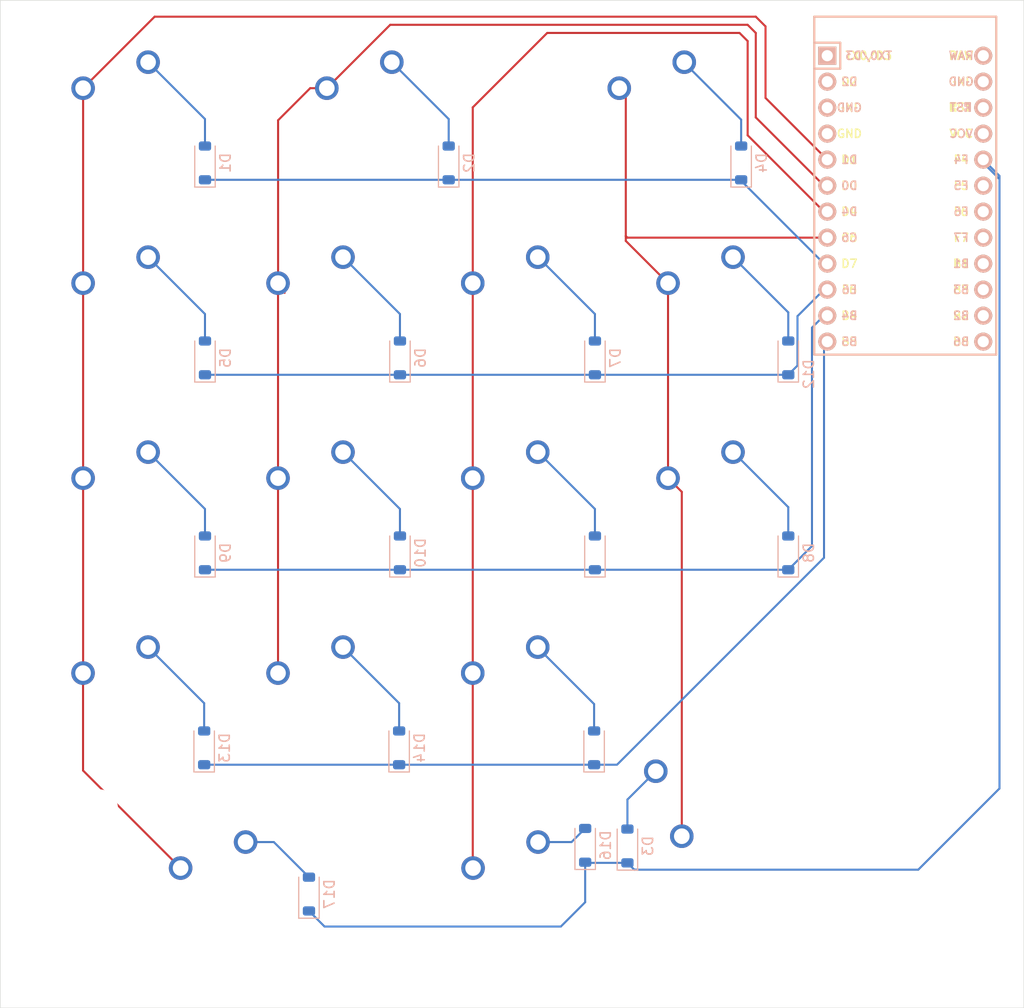
<source format=kicad_pcb>
(kicad_pcb (version 20240108) (generator "pcbnew") (generator_version "8.0")
  (layers (0 "F.Cu" signal) (31 "B.Cu" signal) (34 "B.Paste" user) (35 "F.Paste" user) (36 "B.SilkS" user "B.Silkscreen") (37 "F.SilkS" user "F.Silkscreen") (38 "B.Mask" user) (39 "F.Mask" user) (44 "Edge.Cuts" user))
  (net 0 "")
  (net 1 "Net-(D1-A)")
  (net 2 "Net-(D2-A)")
  (net 3 "Net-(D4-A)")
  (net 4 "Net-(D5-A)")
  (net 5 "Net-(D6-A)")
  (net 6 "Net-(D7-A)")
  (net 7 "Net-(D9-A)")
  (net 8 "Net-(D10-A)")
  (net 9 "Net-(D12-A)")
  (net 10 "Net-(D13-A)")
  (net 11 "Net-(D14-A)")
  (net 12 "Net-(D15-A)")
  (net 13 "Net-(D11-A)")
  (net 14 "Net-(D3-A)")
  (net 15 "Net-(D16-A)")
  (net 16 "ROW1")
  (net 17 "ROW4")
  (net 18 "ROW2")
  (net 19 "ROW3")
  (net 20 "ROW5")
  (net 21 "COL1")
  (net 22 "COL2")
  (net 23 "COL4")
  (net 24 "COL3")
  (net 25 "Net-(D17-A)")
  (net 38 "Net-(D8-A)")
  (footprint "PCM_marbastlib-mx:SW_MX_1.5u" (layer "F.Cu") (at 128.42875 79.375)
    (property "Reference" "MX2" (hide yes))
    (property "Value" "MX_SW_solder")
    (pad "" np_thru_hole circle (at -5.08 0) (size 1.75 1.75) (drill 1.75) (layers "*.Cu" "*.Mask"))
    (pad "" np_thru_hole circle (at 0 0) (size 3.9878 3.9878) (drill 3.9878) (layers "*.Cu" "*.Mask"))
    (pad "" np_thru_hole circle (at 5.08 0) (size 1.75 1.75) (drill 1.75) (layers "*.Cu" "*.Mask"))
    (pad "1" thru_hole circle (at -3.81 -2.54) (size 2.3 2.3) (drill 1.524) (layers "*.Cu" "B.Mask") (net 22 "COL2"))
    (pad "2" thru_hole circle (at 2.54 -5.08) (size 2.3 2.3) (drill 1.524) (layers "*.Cu" "B.Mask") (net 2 "Net-(D2-A)"))
  )
  (footprint "PCM_marbastlib-mx:SW_MX_1u" (layer "F.Cu") (at 142.68625 117.475)
    (property "Reference" "MX11" (hide yes))
    (property "Value" "MX_SW_solder")
    (pad "" np_thru_hole circle (at -5.08 0) (size 1.75 1.75) (drill 1.75) (layers "*.Cu" "*.Mask"))
    (pad "" np_thru_hole circle (at 0 0) (size 3.9878 3.9878) (drill 3.9878) (layers "*.Cu" "*.Mask"))
    (pad "" np_thru_hole circle (at 5.08 0) (size 1.75 1.75) (drill 1.75) (layers "*.Cu" "*.Mask"))
    (pad "1" thru_hole circle (at -3.81 -2.54) (size 2.3 2.3) (drill 1.524) (layers "*.Cu" "B.Mask") (net 24 "COL3"))
    (pad "2" thru_hole circle (at 2.54 -5.08) (size 2.3 2.3) (drill 1.524) (layers "*.Cu" "B.Mask") (net 13 "Net-(D11-A)"))
  )
  (footprint "PCM_marbastlib-mx:SW_MX_1u" (layer "F.Cu") (at 123.66 98.425)
    (property "Reference" "MX6" (hide yes))
    (property "Value" "MX_SW_solder")
    (pad "" np_thru_hole circle (at -5.08 0) (size 1.75 1.75) (drill 1.75) (layers "*.Cu" "*.Mask"))
    (pad "" np_thru_hole circle (at 0 0) (size 3.9878 3.9878) (drill 3.9878) (layers "*.Cu" "*.Mask"))
    (pad "" np_thru_hole circle (at 5.08 0) (size 1.75 1.75) (drill 1.75) (layers "*.Cu" "*.Mask"))
    (pad "1" thru_hole circle (at -3.81 -2.54) (size 2.3 2.3) (drill 1.524) (layers "*.Cu" "B.Mask") (net 22 "COL2"))
    (pad "2" thru_hole circle (at 2.54 -5.08) (size 2.3 2.3) (drill 1.524) (layers "*.Cu" "B.Mask") (net 5 "Net-(D6-A)"))
  )
  (footprint "PCM_marbastlib-mx:SW_MX_1u" (layer "F.Cu") (at 123.66 117.475)
    (property "Reference" "MX10" (hide yes))
    (property "Value" "MX_SW_solder")
    (pad "" np_thru_hole circle (at -5.08 0) (size 1.75 1.75) (drill 1.75) (layers "*.Cu" "*.Mask"))
    (pad "" np_thru_hole circle (at 0 0) (size 3.9878 3.9878) (drill 3.9878) (layers "*.Cu" "*.Mask"))
    (pad "" np_thru_hole circle (at 5.08 0) (size 1.75 1.75) (drill 1.75) (layers "*.Cu" "*.Mask"))
    (pad "1" thru_hole circle (at -3.81 -2.54) (size 2.3 2.3) (drill 1.524) (layers "*.Cu" "B.Mask") (net 22 "COL2"))
    (pad "2" thru_hole circle (at 2.54 -5.08) (size 2.3 2.3) (drill 1.524) (layers "*.Cu" "B.Mask") (net 8 "Net-(D10-A)"))
  )
  (footprint "PCM_marbastlib-mx:SW_MX_1u" (layer "F.Cu") (at 161.84 146.1125 90)
    (property "Reference" "MX3" (hide yes))
    (property "Value" "MX_SW_solder")
    (pad "" np_thru_hole circle (at -5.08 0 90) (size 1.75 1.75) (drill 1.75) (layers "*.Cu" "*.Mask"))
    (pad "" np_thru_hole circle (at 0 0 90) (size 3.9878 3.9878) (drill 3.9878) (layers "*.Cu" "*.Mask"))
    (pad "" np_thru_hole circle (at 5.08 0 90) (size 1.75 1.75) (drill 1.75) (layers "*.Cu" "*.Mask"))
    (pad "1" thru_hole circle (at -3.81 -2.54 90) (size 2.3 2.3) (drill 1.524) (layers "*.Cu" "B.Mask") (net 23 "COL4"))
    (pad "2" thru_hole circle (at 2.54 -5.08 90) (size 2.3 2.3) (drill 1.524) (layers "*.Cu" "B.Mask") (net 14 "Net-(D3-A)"))
  )
  (footprint "PCM_marbastlib-mx:SW_MX_1u" (layer "F.Cu") (at 142.71625 155.575)
    (property "Reference" "MX16" (hide yes))
    (property "Value" "MX_SW_solder")
    (pad "" np_thru_hole circle (at -5.08 0) (size 1.75 1.75) (drill 1.75) (layers "*.Cu" "*.Mask"))
    (pad "" np_thru_hole circle (at 0 0) (size 3.9878 3.9878) (drill 3.9878) (layers "*.Cu" "*.Mask"))
    (pad "" np_thru_hole circle (at 5.08 0) (size 1.75 1.75) (drill 1.75) (layers "*.Cu" "*.Mask"))
    (pad "1" thru_hole circle (at -3.81 -2.54) (size 2.3 2.3) (drill 1.524) (layers "*.Cu" "B.Mask") (net 24 "COL3"))
    (pad "2" thru_hole circle (at 2.54 -5.08) (size 2.3 2.3) (drill 1.524) (layers "*.Cu" "B.Mask") (net 15 "Net-(D16-A)"))
  )
  (footprint "PCM_marbastlib-mx:SW_MX_1u" (layer "F.Cu") (at 161.76625 98.425)
    (property "Reference" "MX12" (hide yes))
    (property "Value" "MX_SW_solder")
    (pad "" np_thru_hole circle (at -5.08 0) (size 1.75 1.75) (drill 1.75) (layers "*.Cu" "*.Mask"))
    (pad "" np_thru_hole circle (at 0 0) (size 3.9878 3.9878) (drill 3.9878) (layers "*.Cu" "*.Mask"))
    (pad "" np_thru_hole circle (at 5.08 0) (size 1.75 1.75) (drill 1.75) (layers "*.Cu" "*.Mask"))
    (pad "1" thru_hole circle (at -3.81 -2.54) (size 2.3 2.3) (drill 1.524) (layers "*.Cu" "B.Mask") (net 23 "COL4"))
    (pad "2" thru_hole circle (at 2.54 -5.08) (size 2.3 2.3) (drill 1.524) (layers "*.Cu" "B.Mask") (net 9 "Net-(D12-A)"))
  )
  (footprint "PCM_marbastlib-mx:SW_MX_1u" (layer "F.Cu") (at 104.61625 117.475)
    (property "Reference" "MX9" (hide yes))
    (property "Value" "MX_SW_solder")
    (pad "" np_thru_hole circle (at -5.08 0) (size 1.75 1.75) (drill 1.75) (layers "*.Cu" "*.Mask"))
    (pad "" np_thru_hole circle (at 0 0) (size 3.9878 3.9878) (drill 3.9878) (layers "*.Cu" "*.Mask"))
    (pad "" np_thru_hole circle (at 5.08 0) (size 1.75 1.75) (drill 1.75) (layers "*.Cu" "*.Mask"))
    (pad "1" thru_hole circle (at -3.81 -2.54) (size 2.3 2.3) (drill 1.524) (layers "*.Cu" "B.Mask") (net 21 "COL1"))
    (pad "2" thru_hole circle (at 2.54 -5.08) (size 2.3 2.3) (drill 1.524) (layers "*.Cu" "B.Mask") (net 7 "Net-(D9-A)"))
  )
  (footprint "PCM_marbastlib-mx:SW_MX_1u" (layer "F.Cu") (at 104.61625 98.425)
    (property "Reference" "MX5" (hide yes))
    (property "Value" "MX_SW_solder")
    (pad "" np_thru_hole circle (at -5.08 0) (size 1.75 1.75) (drill 1.75) (layers "*.Cu" "*.Mask"))
    (pad "" np_thru_hole circle (at 0 0) (size 3.9878 3.9878) (drill 3.9878) (layers "*.Cu" "*.Mask"))
    (pad "" np_thru_hole circle (at 5.08 0) (size 1.75 1.75) (drill 1.75) (layers "*.Cu" "*.Mask"))
    (pad "1" thru_hole circle (at -3.81 -2.54) (size 2.3 2.3) (drill 1.524) (layers "*.Cu" "B.Mask") (net 21 "COL1"))
    (pad "2" thru_hole circle (at 2.54 -5.08) (size 2.3 2.3) (drill 1.524) (layers "*.Cu" "B.Mask") (net 4 "Net-(D5-A)"))
  )
  (footprint "PCM_marbastlib-mx:SW_MX_1u" (layer "F.Cu") (at 123.66 136.525)
    (property "Reference" "MX14" (hide yes))
    (property "Value" "MX_SW_solder")
    (pad "" np_thru_hole circle (at -5.08 0) (size 1.75 1.75) (drill 1.75) (layers "*.Cu" "*.Mask"))
    (pad "" np_thru_hole circle (at 0 0) (size 3.9878 3.9878) (drill 3.9878) (layers "*.Cu" "*.Mask"))
    (pad "" np_thru_hole circle (at 5.08 0) (size 1.75 1.75) (drill 1.75) (layers "*.Cu" "*.Mask"))
    (pad "1" thru_hole circle (at -3.81 -2.54) (size 2.3 2.3) (drill 1.524) (layers "*.Cu" "B.Mask") (net 22 "COL2"))
    (pad "2" thru_hole circle (at 2.54 -5.08) (size 2.3 2.3) (drill 1.524) (layers "*.Cu" "B.Mask") (net 11 "Net-(D14-A)"))
  )
  (footprint "PCM_marbastlib-mx:STAB_MX_2u" (layer "F.Cu") (at 161.76 146.0525 -90)
    (property "Reference" "S2" (hide yes))
    (property "Value" "MX_stab")
    (pad "" np_thru_hole circle (at -11.90625 -6.985 270) (size 3.048 3.048) (drill 3.048) (layers "*.Cu" "*.Mask"))
    (pad "" np_thru_hole circle (at -11.90625 8.255 270) (size 3.9878 3.9878) (drill 3.9878) (layers "*.Cu" "*.Mask"))
    (pad "" np_thru_hole circle (at 11.90625 -6.985 270) (size 3.048 3.048) (drill 3.048) (layers "*.Cu" "*.Mask"))
    (pad "" np_thru_hole circle (at 11.90625 8.255 270) (size 3.9878 3.9878) (drill 3.9878) (layers "*.Cu" "*.Mask"))
  )
  (footprint "PCM_marbastlib-mx:SW_MX_1u" (layer "F.Cu") (at 161.76625 117.475)
    (property "Reference" "MX8" (hide yes))
    (property "Value" "MX_SW_solder")
    (pad "" np_thru_hole circle (at -5.08 0) (size 1.75 1.75) (drill 1.75) (layers "*.Cu" "*.Mask"))
    (pad "" np_thru_hole circle (at 0 0) (size 3.9878 3.9878) (drill 3.9878) (layers "*.Cu" "*.Mask"))
    (pad "" np_thru_hole circle (at 5.08 0) (size 1.75 1.75) (drill 1.75) (layers "*.Cu" "*.Mask"))
    (pad "1" thru_hole circle (at -3.81 -2.54) (size 2.3 2.3) (drill 1.524) (layers "*.Cu" "B.Mask") (net 23 "COL4"))
    (pad "2" thru_hole circle (at 2.54 -5.08) (size 2.3 2.3) (drill 1.524) (layers "*.Cu" "B.Mask") (net 38 "Net-(D8-A)"))
  )
  (footprint "ScottoKeebs_MCU:Arduino_Pro_Micro" (layer "F.Cu") (at 181.13375 87.63)
    (property "Reference" "U1" (hide yes))
    (property "Value" "Arduino_Pro_Micro" (hide yes))
    (fp_line (start -8.89 -17.78) (end -8.89 15.24) (stroke (width 0.2)) (layer "B.SilkS"))
    (fp_line (start -8.89 15.24) (end 8.89 15.24) (stroke (width 0.2)) (layer "B.SilkS"))
    (fp_line (start -6.35 -15.24) (end -8.89 -15.24) (stroke (width 0.2)) (layer "B.SilkS"))
    (fp_line (start -6.35 -15.24) (end -6.35 -12.7) (stroke (width 0.2)) (layer "B.SilkS"))
    (fp_line (start -6.35 -12.7) (end -8.89 -12.7) (stroke (width 0.2)) (layer "B.SilkS"))
    (fp_line (start 8.89 -17.78) (end -8.89 -17.78) (stroke (width 0.2)) (layer "B.SilkS"))
    (fp_line (start 8.89 15.24) (end 8.89 -17.78) (stroke (width 0.2)) (layer "B.SilkS"))
    (fp_poly (pts (xy 5.844635 -9.35097) (xy 5.844635 -9.25097) (xy 6.344635 -9.25097) (xy 6.344635 -9.35097)) (stroke (width 0.15)) (fill solid) (layer "B.SilkS"))
    (fp_poly (pts (xy 5.844635 -9.35097) (xy 5.844635 -9.05097) (xy 5.944635 -9.05097) (xy 5.944635 -9.35097)) (stroke (width 0.15)) (fill solid) (layer "B.SilkS"))
    (fp_poly (pts (xy 5.844635 -8.75097) (xy 5.844635 -8.55097) (xy 5.944635 -8.55097) (xy 5.944635 -8.75097)) (stroke (width 0.15)) (fill solid) (layer "B.SilkS"))
    (fp_poly (pts (xy 6.044635 -8.95097) (xy 6.044635 -8.85097) (xy 6.144635 -8.85097) (xy 6.144635 -8.95097)) (stroke (width 0.15)) (fill solid) (layer "B.SilkS"))
    (fp_poly (pts (xy 6.244635 -9.35097) (xy 6.244635 -8.55097) (xy 6.344635 -8.55097) (xy 6.344635 -9.35097)) (stroke (width 0.15)) (fill solid) (layer "B.SilkS"))
    (fp_line (start -8.89 -17.78) (end -8.89 15.24) (stroke (width 0.2)) (layer "F.SilkS"))
    (fp_line (start -8.89 15.24) (end 8.89 15.24) (stroke (width 0.2)) (layer "F.SilkS"))
    (fp_line (start -6.35 -15.24) (end -8.89 -15.24) (stroke (width 0.2)) (layer "F.SilkS"))
    (fp_line (start -6.35 -15.24) (end -6.35 -12.7) (stroke (width 0.2)) (layer "F.SilkS"))
    (fp_line (start -6.35 -12.7) (end -8.89 -12.7) (stroke (width 0.2)) (layer "F.SilkS"))
    (fp_line (start 8.89 -17.78) (end -8.89 -17.78) (stroke (width 0.2)) (layer "F.SilkS"))
    (fp_line (start 8.89 15.24) (end 8.89 -17.78) (stroke (width 0.2)) (layer "F.SilkS"))
    (fp_poly (pts (xy 4.531568 -9.36064) (xy 4.531568 -8.56064) (xy 4.431568 -8.56064) (xy 4.431568 -9.36064)) (stroke (width 0.15)) (fill solid) (layer "F.SilkS"))
    (fp_poly (pts (xy 4.731568 -8.96064) (xy 4.731568 -8.86064) (xy 4.631568 -8.86064) (xy 4.631568 -8.96064)) (stroke (width 0.15)) (fill solid) (layer "F.SilkS"))
    (fp_poly (pts (xy 4.931568 -9.36064) (xy 4.931568 -9.26064) (xy 4.431568 -9.26064) (xy 4.431568 -9.36064)) (stroke (width 0.15)) (fill solid) (layer "F.SilkS"))
    (fp_poly (pts (xy 4.931568 -9.36064) (xy 4.931568 -9.06064) (xy 4.831568 -9.06064) (xy 4.831568 -9.36064)) (stroke (width 0.15)) (fill solid) (layer "F.SilkS"))
    (fp_poly (pts (xy 4.931568 -8.76064) (xy 4.931568 -8.56064) (xy 4.831568 -8.56064) (xy 4.831568 -8.76064)) (stroke (width 0.15)) (fill solid) (layer "F.SilkS"))
    (fp_text user "B1" (at 5.461 6.35 0) (layer "B.SilkS") (effects (font (size 0.8 0.8)) (justify mirror)))
    (fp_text user "E6" (at -5.461 8.89 0) (layer "B.SilkS") (effects (font (size 0.8 0.8)) (justify mirror)))
    (fp_text user "GND" (at 5.461 -11.43 0) (layer "B.SilkS") (effects (font (size 0.8 0.8)) (justify mirror)))
    (fp_text user "C6" (at -5.461 3.81 0) (layer "B.SilkS") (effects (font (size 0.8 0.8)) (justify mirror)))
    (fp_text user "GND" (at -5.461 -8.89 0) (layer "B.SilkS") (effects (font (size 0.8 0.8)) (justify mirror)))
    (fp_text user "F5" (at 5.461 -1.27 0) (layer "B.SilkS") (effects (font (size 0.8 0.8)) (justify mirror)))
    (fp_text user "D0" (at -5.461 -1.27 0) (layer "B.SilkS") (effects (font (size 0.8 0.8)) (justify mirror)))
    (fp_text user "B6" (at 5.461 13.97 0) (layer "B.SilkS") (effects (font (size 0.8 0.8)) (justify mirror)))
    (fp_text user "B4" (at -5.461 11.43 0) (layer "B.SilkS") (effects (font (size 0.8 0.8)) (justify mirror)))
    (fp_text user "B3" (at 5.461 8.89 0) (layer "B.SilkS") (effects (font (size 0.8 0.8)) (justify mirror)))
    (fp_text user "VCC" (at 5.461 -6.35 0) (layer "B.SilkS") (effects (font (size 0.8 0.8)) (justify mirror)))
    (fp_text user "D4" (at -5.461 1.27 0) (layer "B.SilkS") (effects (font (size 0.8 0.8)) (justify mirror)))
    (fp_text user "D2" (at -5.461 -11.43 0) (layer "B.SilkS") (effects (font (size 0.8 0.8)) (justify mirror)))
    (fp_text user "B2" (at 5.461 11.43 0) (layer "B.SilkS") (effects (font (size 0.8 0.8)) (justify mirror)))
    (fp_text user "D1" (at -5.461 -3.81 0) (layer "B.SilkS") (effects (font (size 0.8 0.8)) (justify mirror)))
    (fp_text user "ST" (at 5.04 -8.91 0) (layer "B.SilkS") (effects (font (size 0.8 0.8)) (justify mirror)))
    (fp_text user "RAW" (at 5.461 -13.97 0) (layer "B.SilkS") (effects (font (size 0.8 0.8)) (justify mirror)))
    (fp_text user "B5" (at -5.461 13.97 0) (layer "B.SilkS") (effects (font (size 0.8 0.8)) (justify mirror)))
    (fp_text user "TX0/D3" (at -3.571872 -13.97 0) (layer "B.SilkS") (effects (font (size 0.8 0.8)) (justify mirror)))
    (fp_text user "F7" (at 5.461 3.81 0) (layer "B.SilkS") (effects (font (size 0.8 0.8)) (justify mirror)))
    (fp_text user "F4" (at 5.461 -3.81 0) (layer "B.SilkS") (effects (font (size 0.8 0.8)) (justify mirror)))
    (fp_text user "F6" (at 5.461 1.27 0) (layer "B.SilkS") (effects (font (size 0.8 0.8)) (justify mirror)))
    (fp_text user "F4" (at 5.461 -3.81 0) (layer "F.SilkS") (effects (font (size 0.8 0.8))))
    (fp_text user "RAW" (at 5.461 -13.97 0) (layer "F.SilkS") (effects (font (size 0.8 0.8))))
    (fp_text user "ST" (at 5.73312 -8.92 0) (layer "F.SilkS") (effects (font (size 0.8 0.8))))
    (fp_text user "B6" (at 5.461 13.97 0) (layer "F.SilkS") (effects (font (size 0.8 0.8))))
    (fp_text user "D0" (at -5.461 -1.27 0) (layer "F.SilkS") (effects (font (size 0.8 0.8))))
    (fp_text user "D7" (at -5.461 6.35 0) (layer "F.SilkS") (effects (font (size 0.8 0.8))))
    (fp_text user "F7" (at 5.461 3.81 0) (layer "F.SilkS") (effects (font (size 0.8 0.8))))
    (fp_text user "VCC" (at 5.461 -6.35 0) (layer "F.SilkS") (effects (font (size 0.8 0.8))))
    (fp_text user "GND" (at -5.461 -8.89 0) (layer "F.SilkS") (effects (font (size 0.8 0.8))))
    (fp_text user "B4" (at -5.461 11.43 0) (layer "F.SilkS") (effects (font (size 0.8 0.8))))
    (fp_text user "B2" (at 5.461 11.43 0) (layer "F.SilkS") (effects (font (size 0.8 0.8))))
    (fp_text user "E6" (at -5.461 8.89 0) (layer "F.SilkS") (effects (font (size 0.8 0.8))))
    (fp_text user "GND" (at 5.461 -11.43 0) (layer "F.SilkS") (effects (font (size 0.8 0.8))))
    (fp_text user "D4" (at -5.461 1.27 0) (layer "F.SilkS") (effects (font (size 0.8 0.8))))
    (fp_text user "D1" (at -5.461 -3.81 0) (layer "F.SilkS") (effects (font (size 0.8 0.8))))
    (fp_text user "F6" (at 5.461 1.27 0) (layer "F.SilkS") (effects (font (size 0.8 0.8))))
    (fp_text user "F5" (at 5.461 -1.27 0) (layer "F.SilkS") (effects (font (size 0.8 0.8))))
    (fp_text user "B5" (at -5.461 13.97 0) (layer "F.SilkS") (effects (font (size 0.8 0.8))))
    (fp_text user "TX0/D3" (at -3.571872 -13.97 0) (layer "F.SilkS") (effects (font (size 0.8 0.8))))
    (fp_text user "D2" (at -5.461 -11.43 0) (layer "F.SilkS") (effects (font (size 0.8 0.8))))
    (fp_text user "GND" (at -5.461 -6.35 0) (layer "F.SilkS") (effects (font (size 0.8 0.8))))
    (fp_text user "C6" (at -5.461 3.81 0) (layer "F.SilkS") (effects (font (size 0.8 0.8))))
    (fp_text user "B1" (at 5.461 6.35 0) (layer "F.SilkS") (effects (font (size 0.8 0.8))))
    (fp_text user "B3" (at 5.461 8.89 0) (layer "F.SilkS") (effects (font (size 0.8 0.8))))
    (pad "1" thru_hole rect (at -7.62 -13.97 270) (size 1.7526 1.7526) (drill 1.0922) (layers "*.Cu" "*.SilkS" "*.Mask"))
    (pad "2" thru_hole circle (at -7.62 -11.43 270) (size 1.7526 1.7526) (drill 1.0922) (layers "*.Cu" "*.SilkS" "*.Mask"))
    (pad "3" thru_hole circle (at -7.62 -8.89 270) (size 1.7526 1.7526) (drill 1.0922) (layers "*.Cu" "*.SilkS" "*.Mask"))
    (pad "4" thru_hole circle (at -7.62 -6.35 270) (size 1.7526 1.7526) (drill 1.0922) (layers "*.Cu" "*.SilkS" "*.Mask"))
    (pad "5" thru_hole circle (at -7.62 -3.81 270) (size 1.7526 1.7526) (drill 1.0922) (layers "*.Cu" "*.SilkS" "*.Mask") (net 21 "COL1"))
    (pad "6" thru_hole circle (at -7.62 -1.27 270) (size 1.7526 1.7526) (drill 1.0922) (layers "*.Cu" "*.SilkS" "*.Mask") (net 22 "COL2"))
    (pad "7" thru_hole circle (at -7.62 1.27 270) (size 1.7526 1.7526) (drill 1.0922) (layers "*.Cu" "*.SilkS" "*.Mask") (net 24 "COL3"))
    (pad "8" thru_hole circle (at -7.62 3.81 270) (size 1.7526 1.7526) (drill 1.0922) (layers "*.Cu" "*.SilkS" "*.Mask") (net 23 "COL4"))
    (pad "9" thru_hole circle (at -7.62 6.35 270) (size 1.7526 1.7526) (drill 1.0922) (layers "*.Cu" "*.SilkS" "*.Mask") (net 16 "ROW1"))
    (pad "10" thru_hole circle (at -7.62 8.89 270) (size 1.7526 1.7526) (drill 1.0922) (layers "*.Cu" "*.SilkS" "*.Mask") (net 18 "ROW2"))
    (pad "11" thru_hole circle (at -7.62 11.43 270) (size 1.7526 1.7526) (drill 1.0922) (layers "*.Cu" "*.SilkS" "*.Mask") (net 19 "ROW3"))
    (pad "12" thru_hole circle (at -7.62 13.97 270) (size 1.7526 1.7526) (drill 1.0922) (layers "*.Cu" "*.SilkS" "*.Mask") (net 17 "ROW4"))
    (pad "13" thru_hole circle (at 7.62 13.97 270) (size 1.7526 1.7526) (drill 1.0922) (layers "*.Cu" "*.SilkS" "*.Mask"))
    (pad "14" thru_hole circle (at 7.62 11.43 270) (size 1.7526 1.7526) (drill 1.0922) (layers "*.Cu" "*.SilkS" "*.Mask"))
    (pad "15" thru_hole circle (at 7.62 8.89 270) (size 1.7526 1.7526) (drill 1.0922) (layers "*.Cu" "*.SilkS" "*.Mask"))
    (pad "16" thru_hole circle (at 7.62 6.35 270) (size 1.7526 1.7526) (drill 1.0922) (layers "*.Cu" "*.SilkS" "*.Mask"))
    (pad "17" thru_hole circle (at 7.62 3.81 270) (size 1.7526 1.7526) (drill 1.0922) (layers "*.Cu" "*.SilkS" "*.Mask"))
    (pad "18" thru_hole circle (at 7.62 1.27 270) (size 1.7526 1.7526) (drill 1.0922) (layers "*.Cu" "*.SilkS" "*.Mask"))
    (pad "19" thru_hole circle (at 7.62 -1.27 270) (size 1.7526 1.7526) (drill 1.0922) (layers "*.Cu" "*.SilkS" "*.Mask"))
    (pad "20" thru_hole circle (at 7.62 -3.81 270) (size 1.7526 1.7526) (drill 1.0922) (layers "*.Cu" "*.SilkS" "*.Mask") (net 20 "ROW5"))
    (pad "21" thru_hole circle (at 7.62 -6.35 270) (size 1.7526 1.7526) (drill 1.0922) (layers "*.Cu" "*.SilkS" "*.Mask"))
    (pad "22" thru_hole circle (at 7.62 -8.89 270) (size 1.7526 1.7526) (drill 1.0922) (layers "*.Cu" "*.SilkS" "*.Mask"))
    (pad "23" thru_hole circle (at 7.62 -11.43 270) (size 1.7526 1.7526) (drill 1.0922) (layers "*.Cu" "*.SilkS" "*.Mask"))
    (pad "24" thru_hole circle (at 7.62 -13.97 270) (size 1.7526 1.7526) (drill 1.0922) (layers "*.Cu" "*.SilkS" "*.Mask"))
  )
  (footprint "PCM_marbastlib-mx:SW_MX_1u" (layer "F.Cu") (at 142.68625 98.425)
    (property "Reference" "MX7" (hide yes))
    (property "Value" "MX_SW_solder")
    (pad "" np_thru_hole circle (at -5.08 0) (size 1.75 1.75) (drill 1.75) (layers "*.Cu" "*.Mask"))
    (pad "" np_thru_hole circle (at 0 0) (size 3.9878 3.9878) (drill 3.9878) (layers "*.Cu" "*.Mask"))
    (pad "" np_thru_hole circle (at 5.08 0) (size 1.75 1.75) (drill 1.75) (layers "*.Cu" "*.Mask"))
    (pad "1" thru_hole circle (at -3.81 -2.54) (size 2.3 2.3) (drill 1.524) (layers "*.Cu" "B.Mask") (net 24 "COL3"))
    (pad "2" thru_hole circle (at 2.54 -5.08) (size 2.3 2.3) (drill 1.524) (layers "*.Cu" "B.Mask") (net 6 "Net-(D7-A)"))
  )
  (footprint "PCM_marbastlib-mx:SW_MX_1u" (layer "F.Cu") (at 104.61 136.525)
    (property "Reference" "MX13" (hide yes))
    (property "Value" "MX_SW_solder")
    (pad "" np_thru_hole circle (at -5.08 0) (size 1.75 1.75) (drill 1.75) (layers "*.Cu" "*.Mask"))
    (pad "" np_thru_hole circle (at 0 0) (size 3.9878 3.9878) (drill 3.9878) (layers "*.Cu" "*.Mask"))
    (pad "" np_thru_hole circle (at 5.08 0) (size 1.75 1.75) (drill 1.75) (layers "*.Cu" "*.Mask"))
    (pad "1" thru_hole circle (at -3.81 -2.54) (size 2.3 2.3) (drill 1.524) (layers "*.Cu" "B.Mask") (net 21 "COL1"))
    (pad "2" thru_hole circle (at 2.54 -5.08) (size 2.3 2.3) (drill 1.524) (layers "*.Cu" "B.Mask") (net 10 "Net-(D13-A)"))
  )
  (footprint "PCM_marbastlib-mx:SW_MX_1u" (layer "F.Cu") (at 114.14125 155.575)
    (property "Reference" "MX17" (hide yes))
    (property "Value" "MX_SW_solder")
    (pad "" np_thru_hole circle (at -5.08 0) (size 1.75 1.75) (drill 1.75) (layers "*.Cu" "*.Mask"))
    (pad "" np_thru_hole circle (at 0 0) (size 3.9878 3.9878) (drill 3.9878) (layers "*.Cu" "*.Mask"))
    (pad "" np_thru_hole circle (at 5.08 0) (size 1.75 1.75) (drill 1.75) (layers "*.Cu" "*.Mask"))
    (pad "1" thru_hole circle (at -3.81 -2.54) (size 2.3 2.3) (drill 1.524) (layers "*.Cu" "B.Mask") (net 21 "COL1"))
    (pad "2" thru_hole circle (at 2.54 -5.08) (size 2.3 2.3) (drill 1.524) (layers "*.Cu" "B.Mask") (net 25 "Net-(D17-A)"))
  )
  (footprint "PCM_marbastlib-mx:SW_MX_1u" (layer "F.Cu") (at 104.61625 79.375)
    (property "Reference" "MX1" (hide yes))
    (property "Value" "MX_SW_solder")
    (pad "" np_thru_hole circle (at -5.08 0) (size 1.75 1.75) (drill 1.75) (layers "*.Cu" "*.Mask"))
    (pad "" np_thru_hole circle (at 0 0) (size 3.9878 3.9878) (drill 3.9878) (layers "*.Cu" "*.Mask"))
    (pad "" np_thru_hole circle (at 5.08 0) (size 1.75 1.75) (drill 1.75) (layers "*.Cu" "*.Mask"))
    (pad "1" thru_hole circle (at -3.81 -2.54) (size 2.3 2.3) (drill 1.524) (layers "*.Cu" "B.Mask") (net 21 "COL1"))
    (pad "2" thru_hole circle (at 2.54 -5.08) (size 2.3 2.3) (drill 1.524) (layers "*.Cu" "B.Mask") (net 1 "Net-(D1-A)"))
  )
  (footprint "PCM_marbastlib-mx:SW_MX_1u" (layer "F.Cu") (at 142.68625 136.525)
    (property "Reference" "MX15" (hide yes))
    (property "Value" "MX_SW_solder")
    (pad "" np_thru_hole circle (at -5.08 0) (size 1.75 1.75) (drill 1.75) (layers "*.Cu" "*.Mask"))
    (pad "" np_thru_hole circle (at 0 0) (size 3.9878 3.9878) (drill 3.9878) (layers "*.Cu" "*.Mask"))
    (pad "" np_thru_hole circle (at 5.08 0) (size 1.75 1.75) (drill 1.75) (layers "*.Cu" "*.Mask"))
    (pad "1" thru_hole circle (at -3.81 -2.54) (size 2.3 2.3) (drill 1.524) (layers "*.Cu" "B.Mask") (net 24 "COL3"))
    (pad "2" thru_hole circle (at 2.54 -5.08) (size 2.3 2.3) (drill 1.524) (layers "*.Cu" "B.Mask") (net 12 "Net-(D15-A)"))
  )
  (footprint "PCM_marbastlib-mx:SW_MX_1.5u" (layer "F.Cu") (at 157.0025 79.375)
    (property "Reference" "MX4" (hide yes))
    (property "Value" "MX_SW_solder")
    (pad "" np_thru_hole circle (at -5.08 0) (size 1.75 1.75) (drill 1.75) (layers "*.Cu" "*.Mask"))
    (pad "" np_thru_hole circle (at 0 0) (size 3.9878 3.9878) (drill 3.9878) (layers "*.Cu" "*.Mask"))
    (pad "" np_thru_hole circle (at 5.08 0) (size 1.75 1.75) (drill 1.75) (layers "*.Cu" "*.Mask"))
    (pad "1" thru_hole circle (at -3.81 -2.54) (size 2.3 2.3) (drill 1.524) (layers "*.Cu" "B.Mask") (net 23 "COL4"))
    (pad "2" thru_hole circle (at 2.54 -5.08) (size 2.3 2.3) (drill 1.524) (layers "*.Cu" "B.Mask") (net 3 "Net-(D4-A)"))
  )
  (footprint "PCM_marbastlib-mx:STAB_MX_2u" (layer "F.Cu") (at 114.14125 155.575 180)
    (property "Reference" "S3" (hide yes))
    (property "Value" "MX_stab")
    (pad "" np_thru_hole circle (at -11.90625 -6.985 180) (size 3.048 3.048) (drill 3.048) (layers "*.Cu" "*.Mask"))
    (pad "" np_thru_hole circle (at -11.90625 8.255 180) (size 3.9878 3.9878) (drill 3.9878) (layers "*.Cu" "*.Mask"))
    (pad "" np_thru_hole circle (at 11.90625 -6.985 180) (size 3.048 3.048) (drill 3.048) (layers "*.Cu" "*.Mask"))
    (pad "" np_thru_hole circle (at 11.90625 8.255 180) (size 3.9878 3.9878) (drill 3.9878) (layers "*.Cu" "*.Mask"))
  )
  (footprint "Diode_SMD:D_SOD-123" (layer "B.Cu") (at 169.70375 122.2375 90)
    (property "Reference" "D8" (at 0 2 -90) (layer "B.SilkS") (effects (justify mirror)))
    (property "Value" "D_Small")
    (fp_line (start 1.65 -1) (end -2.36 -1) (stroke (width 0.12)) (layer "B.SilkS"))
    (fp_line (start -2.36 -1) (end -2.36 1) (stroke (width 0.12)) (layer "B.SilkS"))
    (fp_line (start 1.65 1) (end -2.36 1) (stroke (width 0.12)) (layer "B.SilkS"))
    (pad "1" smd roundrect (at -1.65 0 90) (size 0.9 1.2) (layers "B.Cu" "B.Paste" "B.Mask") (net 19 "ROW3"))
    (pad "2" smd roundrect (at 1.65 0 90) (size 0.9 1.2) (layers "B.Cu" "B.Paste" "B.Mask") (net 38 "Net-(D8-A)"))
  )
  (footprint "Diode_SMD:D_SOD-123" (layer "B.Cu") (at 136.525 84.1375 90)
    (property "Reference" "D2" (at 0 2 -90) (layer "B.SilkS") (effects (justify mirror)))
    (property "Value" "D_Small")
    (fp_line (start 1.65 -1) (end -2.36 -1) (stroke (width 0.12)) (layer "B.SilkS"))
    (fp_line (start -2.36 -1) (end -2.36 1) (stroke (width 0.12)) (layer "B.SilkS"))
    (fp_line (start 1.65 1) (end -2.36 1) (stroke (width 0.12)) (layer "B.SilkS"))
    (pad "1" smd roundrect (at -1.65 0 90) (size 0.9 1.2) (layers "B.Cu" "B.Paste" "B.Mask") (net 16 "ROW1"))
    (pad "2" smd roundrect (at 1.65 0 90) (size 0.9 1.2) (layers "B.Cu" "B.Paste" "B.Mask") (net 2 "Net-(D2-A)"))
  )
  (footprint "Diode_SMD:D_SOD-123" (layer "B.Cu") (at 122.8725 155.575 90)
    (property "Reference" "D17" (at 0 2 -90) (layer "B.SilkS") (effects (justify mirror)))
    (property "Value" "D_Small")
    (fp_line (start 1.65 -1) (end -2.36 -1) (stroke (width 0.12)) (layer "B.SilkS"))
    (fp_line (start -2.36 -1) (end -2.36 1) (stroke (width 0.12)) (layer "B.SilkS"))
    (fp_line (start 1.65 1) (end -2.36 1) (stroke (width 0.12)) (layer "B.SilkS"))
    (pad "1" smd roundrect (at -1.65 0 90) (size 0.9 1.2) (layers "B.Cu" "B.Paste" "B.Mask") (net 20 "ROW5"))
    (pad "2" smd roundrect (at 1.65 0 90) (size 0.9 1.2) (layers "B.Cu" "B.Paste" "B.Mask") (net 25 "Net-(D17-A)"))
  )
  (footprint "Diode_SMD:D_SOD-123" (layer "B.Cu") (at 150.8125 103.1875 90)
    (property "Reference" "D7" (at 0 2 -90) (layer "B.SilkS") (effects (justify mirror)))
    (property "Value" "D_Small")
    (fp_line (start 1.65 -1) (end -2.36 -1) (stroke (width 0.12)) (layer "B.SilkS"))
    (fp_line (start -2.36 -1) (end -2.36 1) (stroke (width 0.12)) (layer "B.SilkS"))
    (fp_line (start 1.65 1) (end -2.36 1) (stroke (width 0.12)) (layer "B.SilkS"))
    (pad "1" smd roundrect (at -1.65 0 90) (size 0.9 1.2) (layers "B.Cu" "B.Paste" "B.Mask") (net 18 "ROW2"))
    (pad "2" smd roundrect (at 1.65 0 90) (size 0.9 1.2) (layers "B.Cu" "B.Paste" "B.Mask") (net 6 "Net-(D7-A)"))
  )
  (footprint "Diode_SMD:D_SOD-123" (layer "B.Cu") (at 150.7325 141.2875 90)
    (property "Reference" "D15" (hide yes))
    (property "Value" "D_Small")
    (fp_line (start 1.65 -1) (end -2.36 -1) (stroke (width 0.12)) (layer "B.SilkS"))
    (fp_line (start -2.36 -1) (end -2.36 1) (stroke (width 0.12)) (layer "B.SilkS"))
    (fp_line (start 1.65 1) (end -2.36 1) (stroke (width 0.12)) (layer "B.SilkS"))
    (pad "1" smd roundrect (at -1.65 0 90) (size 0.9 1.2) (layers "B.Cu" "B.Paste" "B.Mask") (net 17 "ROW4"))
    (pad "2" smd roundrect (at 1.65 0 90) (size 0.9 1.2) (layers "B.Cu" "B.Paste" "B.Mask") (net 12 "Net-(D15-A)"))
  )
  (footprint "Diode_SMD:D_SOD-123" (layer "B.Cu") (at 149.86 150.8125 90)
    (property "Reference" "D16" (at 0 2 -90) (layer "B.SilkS") (effects (justify mirror)))
    (property "Value" "D_Small")
    (fp_line (start 1.65 -1) (end -2.36 -1) (stroke (width 0.12)) (layer "B.SilkS"))
    (fp_line (start -2.36 -1) (end -2.36 1) (stroke (width 0.12)) (layer "B.SilkS"))
    (fp_line (start 1.65 1) (end -2.36 1) (stroke (width 0.12)) (layer "B.SilkS"))
    (pad "1" smd roundrect (at -1.65 0 90) (size 0.9 1.2) (layers "B.Cu" "B.Paste" "B.Mask") (net 20 "ROW5"))
    (pad "2" smd roundrect (at 1.65 0 90) (size 0.9 1.2) (layers "B.Cu" "B.Paste" "B.Mask") (net 15 "Net-(D16-A)"))
  )
  (footprint "Diode_SMD:D_SOD-123" (layer "B.Cu") (at 131.7625 122.2375 90)
    (property "Reference" "D10" (at 0 2 -90) (layer "B.SilkS") (effects (justify mirror)))
    (property "Value" "D_Small")
    (fp_line (start 1.65 -1) (end -2.36 -1) (stroke (width 0.12)) (layer "B.SilkS"))
    (fp_line (start -2.36 -1) (end -2.36 1) (stroke (width 0.12)) (layer "B.SilkS"))
    (fp_line (start 1.65 1) (end -2.36 1) (stroke (width 0.12)) (layer "B.SilkS"))
    (pad "1" smd roundrect (at -1.65 0 90) (size 0.9 1.2) (layers "B.Cu" "B.Paste" "B.Mask") (net 19 "ROW3"))
    (pad "2" smd roundrect (at 1.65 0 90) (size 0.9 1.2) (layers "B.Cu" "B.Paste" "B.Mask") (net 8 "Net-(D10-A)"))
  )
  (footprint "Diode_SMD:D_SOD-123" (layer "B.Cu") (at 131.7625 103.1875 90)
    (property "Reference" "D6" (at 0 2 -90) (layer "B.SilkS") (effects (justify mirror)))
    (property "Value" "D_Small")
    (fp_line (start 1.65 -1) (end -2.36 -1) (stroke (width 0.12)) (layer "B.SilkS"))
    (fp_line (start -2.36 -1) (end -2.36 1) (stroke (width 0.12)) (layer "B.SilkS"))
    (fp_line (start 1.65 1) (end -2.36 1) (stroke (width 0.12)) (layer "B.SilkS"))
    (pad "1" smd roundrect (at -1.65 0 90) (size 0.9 1.2) (layers "B.Cu" "B.Paste" "B.Mask") (net 18 "ROW2"))
    (pad "2" smd roundrect (at 1.65 0 90) (size 0.9 1.2) (layers "B.Cu" "B.Paste" "B.Mask") (net 5 "Net-(D6-A)"))
  )
  (footprint "Diode_SMD:D_SOD-123" (layer "B.Cu") (at 169.70375 103.1875 90)
    (property "Reference" "D12" (at -1.5875 2 -90) (layer "B.SilkS") (effects (justify mirror)))
    (property "Value" "D_Small")
    (fp_line (start 1.65 -1) (end -2.36 -1) (stroke (width 0.12)) (layer "B.SilkS"))
    (fp_line (start -2.36 -1) (end -2.36 1) (stroke (width 0.12)) (layer "B.SilkS"))
    (fp_line (start 1.65 1) (end -2.36 1) (stroke (width 0.12)) (layer "B.SilkS"))
    (pad "1" smd roundrect (at -1.65 0 90) (size 0.9 1.2) (layers "B.Cu" "B.Paste" "B.Mask") (net 18 "ROW2"))
    (pad "2" smd roundrect (at 1.65 0 90) (size 0.9 1.2) (layers "B.Cu" "B.Paste" "B.Mask") (net 9 "Net-(D12-A)"))
  )
  (footprint "Diode_SMD:D_SOD-123" (layer "B.Cu") (at 112.7125 103.1875 90)
    (property "Reference" "D5" (at 0 2 -90) (layer "B.SilkS") (effects (justify mirror)))
    (property "Value" "D_Small")
    (fp_line (start 1.65 -1) (end -2.36 -1) (stroke (width 0.12)) (layer "B.SilkS"))
    (fp_line (start -2.36 -1) (end -2.36 1) (stroke (width 0.12)) (layer "B.SilkS"))
    (fp_line (start 1.65 1) (end -2.36 1) (stroke (width 0.12)) (layer "B.SilkS"))
    (pad "1" smd roundrect (at -1.65 0 90) (size 0.9 1.2) (layers "B.Cu" "B.Paste" "B.Mask") (net 18 "ROW2"))
    (pad "2" smd roundrect (at 1.65 0 90) (size 0.9 1.2) (layers "B.Cu" "B.Paste" "B.Mask") (net 4 "Net-(D5-A)"))
  )
  (footprint "Diode_SMD:D_SOD-123" (layer "B.Cu") (at 112.7125 122.2375 90)
    (property "Reference" "D9" (at 0 2 -90) (layer "B.SilkS") (effects (justify mirror)))
    (property "Value" "D_Small")
    (fp_line (start 1.65 -1) (end -2.36 -1) (stroke (width 0.12)) (layer "B.SilkS"))
    (fp_line (start -2.36 -1) (end -2.36 1) (stroke (width 0.12)) (layer "B.SilkS"))
    (fp_line (start 1.65 1) (end -2.36 1) (stroke (width 0.12)) (layer "B.SilkS"))
    (pad "1" smd roundrect (at -1.65 0 90) (size 0.9 1.2) (layers "B.Cu" "B.Paste" "B.Mask") (net 19 "ROW3"))
    (pad "2" smd roundrect (at 1.65 0 90) (size 0.9 1.2) (layers "B.Cu" "B.Paste" "B.Mask") (net 7 "Net-(D9-A)"))
  )
  (footprint "Diode_SMD:D_SOD-123" (layer "B.Cu") (at 112.6325 141.2875 90)
    (property "Reference" "D13" (at 0 2 -90) (layer "B.SilkS") (effects (justify mirror)))
    (property "Value" "D_Small")
    (fp_line (start 1.65 -1) (end -2.36 -1) (stroke (width 0.12)) (layer "B.SilkS"))
    (fp_line (start -2.36 -1) (end -2.36 1) (stroke (width 0.12)) (layer "B.SilkS"))
    (fp_line (start 1.65 1) (end -2.36 1) (stroke (width 0.12)) (layer "B.SilkS"))
    (pad "1" smd roundrect (at -1.65 0 90) (size 0.9 1.2) (layers "B.Cu" "B.Paste" "B.Mask") (net 17 "ROW4"))
    (pad "2" smd roundrect (at 1.65 0 90) (size 0.9 1.2) (layers "B.Cu" "B.Paste" "B.Mask") (net 10 "Net-(D13-A)"))
  )
  (footprint "Diode_SMD:D_SOD-123" (layer "B.Cu") (at 131.6825 141.2875 90)
    (property "Reference" "D14" (at 0 2 -90) (layer "B.SilkS") (effects (justify mirror)))
    (property "Value" "D_Small")
    (fp_line (start 1.65 -1) (end -2.36 -1) (stroke (width 0.12)) (layer "B.SilkS"))
    (fp_line (start -2.36 -1) (end -2.36 1) (stroke (width 0.12)) (layer "B.SilkS"))
    (fp_line (start 1.65 1) (end -2.36 1) (stroke (width 0.12)) (layer "B.SilkS"))
    (pad "1" smd roundrect (at -1.65 0 90) (size 0.9 1.2) (layers "B.Cu" "B.Paste" "B.Mask") (net 17 "ROW4"))
    (pad "2" smd roundrect (at 1.65 0 90) (size 0.9 1.2) (layers "B.Cu" "B.Paste" "B.Mask") (net 11 "Net-(D14-A)"))
  )
  (footprint "Diode_SMD:D_SOD-123" (layer "B.Cu") (at 150.8125 122.2375 90)
    (property "Reference" "D11" (hide yes))
    (property "Value" "D_Small")
    (fp_line (start 1.65 -1) (end -2.36 -1) (stroke (width 0.12)) (layer "B.SilkS"))
    (fp_line (start -2.36 -1) (end -2.36 1) (stroke (width 0.12)) (layer "B.SilkS"))
    (fp_line (start 1.65 1) (end -2.36 1) (stroke (width 0.12)) (layer "B.SilkS"))
    (pad "1" smd roundrect (at -1.65 0 90) (size 0.9 1.2) (layers "B.Cu" "B.Paste" "B.Mask") (net 19 "ROW3"))
    (pad "2" smd roundrect (at 1.65 0 90) (size 0.9 1.2) (layers "B.Cu" "B.Paste" "B.Mask") (net 13 "Net-(D11-A)"))
  )
  (footprint "Diode_SMD:D_SOD-123" (layer "B.Cu") (at 153.9875 150.875 90)
    (property "Reference" "D3" (at 0 2 -90) (layer "B.SilkS") (effects (justify mirror)))
    (property "Value" "D_Small")
    (fp_line (start 1.65 -1) (end -2.36 -1) (stroke (width 0.12)) (layer "B.SilkS"))
    (fp_line (start -2.36 -1) (end -2.36 1) (stroke (width 0.12)) (layer "B.SilkS"))
    (fp_line (start 1.65 1) (end -2.36 1) (stroke (width 0.12)) (layer "B.SilkS"))
    (pad "1" smd roundrect (at -1.65 0 90) (size 0.9 1.2) (layers "B.Cu" "B.Paste" "B.Mask") (net 20 "ROW5"))
    (pad "2" smd roundrect (at 1.65 0 90) (size 0.9 1.2) (layers "B.Cu" "B.Paste" "B.Mask") (net 14 "Net-(D3-A)"))
  )
  (footprint "Diode_SMD:D_SOD-123" (layer "B.Cu") (at 112.7125 84.1375 90)
    (property "Reference" "D1" (at 0 2 -90) (layer "B.SilkS") (effects (justify mirror)))
    (property "Value" "D_Small")
    (fp_line (start 1.65 -1) (end -2.36 -1) (stroke (width 0.12)) (layer "B.SilkS"))
    (fp_line (start -2.36 -1) (end -2.36 1) (stroke (width 0.12)) (layer "B.SilkS"))
    (fp_line (start 1.65 1) (end -2.36 1) (stroke (width 0.12)) (layer "B.SilkS"))
    (pad "1" smd roundrect (at -1.65 0 90) (size 0.9 1.2) (layers "B.Cu" "B.Paste" "B.Mask") (net 16 "ROW1"))
    (pad "2" smd roundrect (at 1.65 0 90) (size 0.9 1.2) (layers "B.Cu" "B.Paste" "B.Mask") (net 1 "Net-(D1-A)"))
  )
  (footprint "Diode_SMD:D_SOD-123" (layer "B.Cu") (at 165.1 84.1375 90)
    (property "Reference" "D4" (at 0 2 -90) (layer "B.SilkS") (effects (justify mirror)))
    (property "Value" "D_Small")
    (fp_line (start 1.65 -1) (end -2.36 -1) (stroke (width 0.12)) (layer "B.SilkS"))
    (fp_line (start -2.36 -1) (end -2.36 1) (stroke (width 0.12)) (layer "B.SilkS"))
    (fp_line (start 1.65 1) (end -2.36 1) (stroke (width 0.12)) (layer "B.SilkS"))
    (pad "1" smd roundrect (at -1.65 0 90) (size 0.9 1.2) (layers "B.Cu" "B.Paste" "B.Mask") (net 16 "ROW1"))
    (pad "2" smd roundrect (at 1.65 0 90) (size 0.9 1.2) (layers "B.Cu" "B.Paste" "B.Mask") (net 3 "Net-(D4-A)"))
  )
  (gr_rect (start 92.71 68.2625) (end 192.7225 166.6875) (stroke (width 0.05)) (fill none) (layer "Edge.Cuts"))
  (segment (start 112.7125 79.85125) (end 112.7125 82.4875) (width 0.2) (layer "B.Cu") (net 1))
  (segment (start 107.15625 74.295) (end 112.7125 79.85125) (width 0.2) (layer "B.Cu") (net 1))
  (segment (start 136.525 79.85125) (end 136.525 82.4875) (width 0.2) (layer "B.Cu") (net 2))
  (segment (start 130.96875 74.295) (end 136.525 79.85125) (width 0.2) (layer "B.Cu") (net 2))
  (segment (start 165.1 79.9125) (end 165.1 82.4875) (width 0.2) (layer "B.Cu") (net 3))
  (segment (start 159.4825 74.295) (end 165.1 79.9125) (width 0.2) (layer "B.Cu") (net 3))
  (segment (start 112.7125 98.90125) (end 112.7125 101.5375) (width 0.2) (layer "B.Cu") (net 4))
  (segment (start 107.15625 93.345) (end 112.7125 98.90125) (width 0.2) (layer "B.Cu") (net 4))
  (segment (start 126.20625 93.345) (end 131.7625 98.90125) (width 0.2) (layer "B.Cu") (net 5))
  (segment (start 131.7625 98.90125) (end 131.7625 101.5375) (width 0.2) (layer "B.Cu") (net 5))
  (segment (start 145.25625 93.345) (end 150.8125 98.90125) (width 0.2) (layer "B.Cu") (net 6))
  (segment (start 150.8125 98.90125) (end 150.8125 101.5375) (width 0.2) (layer "B.Cu") (net 6))
  (segment (start 112.7125 117.95125) (end 112.7125 120.5875) (width 0.2) (layer "B.Cu") (net 7))
  (segment (start 107.15625 112.395) (end 112.7125 117.95125) (width 0.2) (layer "B.Cu") (net 7))
  (segment (start 131.7625 117.95125) (end 131.7625 120.5875) (width 0.2) (layer "B.Cu") (net 8))
  (segment (start 126.20625 112.395) (end 131.7625 117.95125) (width 0.2) (layer "B.Cu") (net 8))
  (segment (start 169.70375 101.5375) (end 169.70375 98.7425) (width 0.2) (layer "B.Cu") (net 9))
  (segment (start 169.70375 98.7425) (end 164.30625 93.345) (width 0.2) (layer "B.Cu") (net 9))
  (segment (start 112.6325 136.9275) (end 112.6325 139.6375) (width 0.2) (layer "B.Cu") (net 10))
  (segment (start 107.15 131.445) (end 112.6325 136.9275) (width 0.2) (layer "B.Cu") (net 10))
  (segment (start 131.6825 136.9275) (end 131.6825 139.6375) (width 0.2) (layer "B.Cu") (net 11))
  (segment (start 126.2 131.445) (end 131.6825 136.9275) (width 0.2) (layer "B.Cu") (net 11))
  (segment (start 150.7325 137.01125) (end 150.7325 139.6375) (width 0.2) (layer "B.Cu") (net 12))
  (segment (start 145.16625 131.445) (end 150.7325 137.01125) (width 0.2) (layer "B.Cu") (net 12))
  (segment (start 145.25625 112.395) (end 150.8125 117.95125) (width 0.2) (layer "B.Cu") (net 13))
  (segment (start 150.8125 117.95125) (end 150.8125 120.5875) (width 0.2) (layer "B.Cu") (net 13))
  (segment (start 153.9875 149.225) (end 153.9875 146.345) (width 0.2) (layer "B.Cu") (net 14))
  (segment (start 153.9875 146.345) (end 156.76 143.5725) (width 0.2) (layer "B.Cu") (net 14))
  (segment (start 145.25625 150.495) (end 148.5275 150.495) (width 0.2) (layer "B.Cu") (net 15))
  (segment (start 148.5275 150.495) (end 149.86 149.1625) (width 0.2) (layer "B.Cu") (net 15))
  (segment (start 165.1 85.7875) (end 165.1 85.88375) (width 0.2) (layer "B.Cu") (net 16))
  (segment (start 112.7125 85.7875) (end 165.1 85.7875) (width 0.2) (layer "B.Cu") (net 16))
  (segment (start 165.1 85.88375) (end 173.19625 93.98) (width 0.2) (layer "B.Cu") (net 16))
  (segment (start 173.19625 122.71375) (end 152.9725 142.9375) (width 0.2) (layer "B.Cu") (net 17))
  (segment (start 152.8925 142.9375) (end 150.7325 142.9375) (width 0.2) (layer "B.Cu") (net 17))
  (segment (start 173.19625 101.6) (end 173.19625 122.71375) (width 0.2) (layer "B.Cu") (net 17))
  (segment (start 150.7325 142.9375) (end 112.6325 142.9375) (width 0.2) (layer "B.Cu") (net 17))
  (segment (start 150.8125 104.8375) (end 169.70375 104.8375) (width 0.2) (layer "B.Cu") (net 18))
  (segment (start 170.60375 99.1125) (end 170.60375 103.9375) (width 0.2) (layer "B.Cu") (net 18))
  (segment (start 170.60375 103.9375) (end 169.70375 104.8375) (width 0.2) (layer "B.Cu") (net 18))
  (segment (start 173.19625 96.52) (end 170.60375 99.1125) (width 0.2) (layer "B.Cu") (net 18))
  (segment (start 112.7125 104.8375) (end 150.8125 104.8375) (width 0.2) (layer "B.Cu") (net 18))
  (segment (start 172.01995 100.2363) (end 173.19625 99.06) (width 0.2) (layer "B.Cu") (net 19))
  (segment (start 131.7625 123.8875) (end 112.7125 123.8875) (width 0.2) (layer "B.Cu") (net 19))
  (segment (start 169.70375 123.8875) (end 172.01995 121.5713) (width 0.2) (layer "B.Cu") (net 19))
  (segment (start 172.01995 121.5713) (end 172.01995 100.2363) (width 0.2) (layer "B.Cu") (net 19))
  (segment (start 169.70375 123.8875) (end 131.7625 123.8875) (width 0.2) (layer "B.Cu") (net 19))
  (segment (start 147.47875 158.75) (end 124.3975 158.75) (width 0.2) (layer "B.Cu") (net 20))
  (segment (start 122.8725 157.225) (end 124.3975 158.75) (width 0.2) (layer "B.Cu") (net 20))
  (segment (start 182.40375 153.19375) (end 190.34125 145.25625) (width 0.2) (layer "B.Cu") (net 20))
  (segment (start 154.65625 153.19375) (end 182.40375 153.19375) (width 0.2) (layer "B.Cu") (net 20))
  (segment (start 153.9875 152.525) (end 149.9225 152.525) (width 0.2) (layer "B.Cu") (net 20))
  (segment (start 149.86 156.36875) (end 147.47875 158.75) (width 0.2) (layer "B.Cu") (net 20))
  (segment (start 190.34125 85.4075) (end 188.75375 83.82) (width 0.2) (layer "B.Cu") (net 20))
  (segment (start 190.34125 145.25625) (end 190.34125 85.4075) (width 0.2) (layer "B.Cu") (net 20))
  (segment (start 153.9875 152.525) (end 154.65625 153.19375) (width 0.2) (layer "B.Cu") (net 20))
  (segment (start 149.9225 152.525) (end 149.86 152.4625) (width 0.2) (layer "B.Cu") (net 20))
  (segment (start 149.86 152.4625) (end 149.86 156.36875) (width 0.2) (layer "B.Cu") (net 20))
  (segment (start 190.34125 85.725) (end 188.43625 83.82) (width 0.2) (layer "B.Cu") (net 20))
  (segment (start 100.80625 133.97875) (end 100.8 133.985) (width 0.2) (layer "F.Cu") (net 21))
  (segment (start 100.8 133.985) (end 100.8 143.50375) (width 0.2) (layer "F.Cu") (net 21))
  (segment (start 167.48125 77.7875) (end 167.48125 70.8025) (width 0.2) (layer "F.Cu") (net 21))
  (segment (start 166.52875 69.85) (end 107.79125 69.85) (width 0.2) (layer "F.Cu") (net 21))
  (segment (start 167.48125 70.8025) (end 166.52875 69.85) (width 0.2) (layer "F.Cu") (net 21))
  (segment (start 100.80625 76.835) (end 100.80625 133.97875) (width 0.2) (layer "F.Cu") (net 21))
  (segment (start 173.51375 83.82) (end 167.48125 77.7875) (width 0.2) (layer "F.Cu") (net 21))
  (segment (start 100.80625 76.835) (end 107.79125 69.85) (width 0.2) (layer "F.Cu") (net 21))
  (segment (start 100.80625 76.835) (end 100.965 76.99375) (width 0.2) (layer "F.Cu") (net 21))
  (segment (start 100.8 143.50375) (end 110.33125 153.035) (width 0.2) (layer "F.Cu") (net 21))
  (segment (start 166.52875 79.6925) (end 166.52875 71.4375) (width 0.2) (layer "F.Cu") (net 22))
  (segment (start 119.85 96.19625) (end 120.49125 96.8375) (width 0.2) (layer "F.Cu") (net 22))
  (segment (start 119.85 95.885) (end 119.85 96.19625) (width 0.2) (layer "F.Cu") (net 22))
  (segment (start 122.992405 76.835) (end 119.85625 79.971155) (width 0.2) (layer "F.Cu") (net 22))
  (segment (start 124.61875 76.835) (end 130.81 70.64375) (width 0.2) (layer "F.Cu") (net 22))
  (segment (start 166.52875 71.4375) (end 165.735 70.64375) (width 0.2) (layer "F.Cu") (net 22))
  (segment (start 119.77625 133.91125) (end 119.85 133.985) (width 0.2) (layer "F.Cu") (net 22))
  (segment (start 120.49125 114.29375) (end 119.85 114.935) (width 0.2) (layer "F.Cu") (net 22))
  (segment (start 119.85 114.935) (end 119.85 133.985) (width 0.2) (layer "F.Cu") (net 22))
  (segment (start 165.735 70.64375) (end 130.81 70.64375) (width 0.2) (layer "F.Cu") (net 22))
  (segment (start 119.85625 79.971155) (end 119.85625 95.885) (width 0.2) (layer "F.Cu") (net 22))
  (segment (start 119.85 133.985) (end 120.41125 134.54625) (width 0.2) (layer "F.Cu") (net 22))
  (segment (start 119.85 95.885) (end 119.85 114.935) (width 0.2) (layer "F.Cu") (net 22))
  (segment (start 166.52875 79.6925) (end 173.19625 86.36) (width 0.2) (layer "F.Cu") (net 22))
  (segment (start 124.61875 76.835) (end 122.992405 76.835) (width 0.2) (layer "F.Cu") (net 22))
  (segment (start 157.95625 114.935) (end 157.95625 95.885) (width 0.2) (layer "F.Cu") (net 23))
  (segment (start 153.82875 91.28125) (end 153.82875 91.7575) (width 0.2) (layer "F.Cu") (net 23))
  (segment (start 153.1325 76.835) (end 153.82875 77.53125) (width 0.2) (layer "F.Cu") (net 23))
  (segment (start 159.3 116.27875) (end 157.95625 114.935) (width 0.2) (layer "F.Cu") (net 23))
  (segment (start 159.3 149.9225) (end 159.3 116.27875) (width 0.2) (layer "F.Cu") (net 23))
  (segment (start 173.19625 91.44) (end 153.9875 91.44) (width 0.2) (layer "F.Cu") (net 23))
  (segment (start 153.82875 77.53125) (end 153.82875 91.28125) (width 0.2) (layer "F.Cu") (net 23))
  (segment (start 153.82875 91.7575) (end 157.95625 95.885) (width 0.2) (layer "F.Cu") (net 23))
  (segment (start 153.9875 91.44) (end 153.82875 91.28125) (width 0.2) (layer "F.Cu") (net 23))
  (segment (start 138.87625 133.985) (end 138.87625 95.885) (width 0.2) (layer "F.Cu") (net 24))
  (segment (start 138.87625 153.005) (end 138.90625 153.035) (width 0.2) (layer "F.Cu") (net 24))
  (segment (start 146.14875 71.4375) (end 164.94125 71.4375) (width 0.2) (layer "F.Cu") (net 24))
  (segment (start 165.735 81.43875) (end 173.19625 88.9) (width 0.2) (layer "F.Cu") (net 24))
  (segment (start 165.735 72.23125) (end 165.735 81.43875) (width 0.2) (layer "F.Cu") (net 24))
  (segment (start 164.94125 71.4375) (end 165.735 72.23125) (width 0.2) (layer "F.Cu") (net 24))
  (segment (start 138.87625 133.985) (end 138.87625 153.005) (width 0.2) (layer "F.Cu") (net 24))
  (segment (start 138.87625 78.71) (end 146.14875 71.4375) (width 0.2) (layer "F.Cu") (net 24))
  (segment (start 138.87625 95.885) (end 138.87625 78.71) (width 0.2) (layer "F.Cu") (net 24))
  (segment (start 138.89625 95.895) (end 138.90625 95.885) (width 0.2) (layer "F.Cu") (net 24))
  (segment (start 119.4425 150.495) (end 122.8725 153.925) (width 0.2) (layer "B.Cu") (net 25))
  (segment (start 116.68125 150.495) (end 119.4425 150.495) (width 0.2) (layer "B.Cu") (net 25))
  (segment (start 169.70375 120.5875) (end 169.70375 117.775) (width 0.2) (layer "B.Cu") (net 38))
  (segment (start 169.70375 117.775) (end 164.32375 112.395) (width 0.2) (layer "B.Cu") (net 38))
)
</source>
